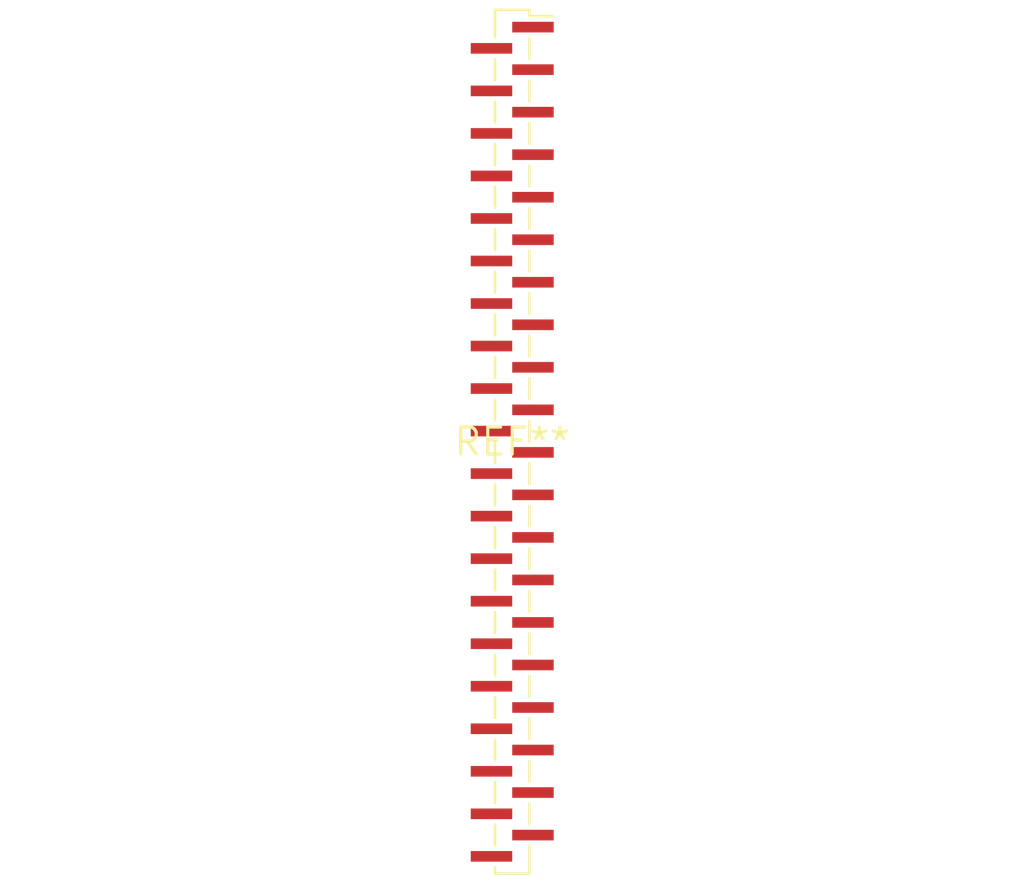
<source format=kicad_pcb>
(kicad_pcb (version 20240108) (generator pcbnew)
  (layers (0 "F.Cu" signal) (31 "B.Cu" signal) (34 "B.Paste" user) (35 "F.Paste" user) (36 "B.SilkS" user "B.Silkscreen") (37 "F.SilkS" user "F.Silkscreen") (38 "B.Mask" user) (39 "F.Mask" user) (44 "Edge.Cuts" user))
  (net 0 "")
  (footprint "PinSocket_1x40_P1.00mm_Vertical_SMD_Pin1Right" (layer "F.Cu") (at 0 0)
    (property "Reference" "REF**")
    (property "Value" "PinSocket_1x40_P1.00mm_Vertical_SMD_Pin1Right")
    (fp_line (start -0.81 -20.31) (end -0.81 -19.01) (layer "F.SilkS") (stroke (width 0.12)))
    (fp_line (start -0.81 -20.31) (end 0.81 -20.31) (layer "F.SilkS") (stroke (width 0.12)))
    (fp_line (start -0.81 -17.99) (end -0.81 -17.01) (layer "F.SilkS") (stroke (width 0.12)))
    (fp_line (start -0.81 -15.99) (end -0.81 -15.01) (layer "F.SilkS") (stroke (width 0.12)))
    (fp_line (start -0.81 -13.99) (end -0.81 -13.01) (layer "F.SilkS") (stroke (width 0.12)))
    (fp_line (start -0.81 -11.99) (end -0.81 -11.01) (layer "F.SilkS") (stroke (width 0.12)))
    (fp_line (start -0.81 -9.99) (end -0.81 -9.01) (layer "F.SilkS") (stroke (width 0.12)))
    (fp_line (start -0.81 -7.99) (end -0.81 -7.01) (layer "F.SilkS") (stroke (width 0.12)))
    (fp_line (start -0.81 -5.99) (end -0.81 -5.01) (layer "F.SilkS") (stroke (width 0.12)))
    (fp_line (start -0.81 -3.99) (end -0.81 -3.01) (layer "F.SilkS") (stroke (width 0.12)))
    (fp_line (start -0.81 -1.99) (end -0.81 -1.01) (layer "F.SilkS") (stroke (width 0.12)))
    (fp_line (start -0.81 0.01) (end -0.81 0.99) (layer "F.SilkS") (stroke (width 0.12)))
    (fp_line (start -0.81 2.01) (end -0.81 2.99) (layer "F.SilkS") (stroke (width 0.12)))
    (fp_line (start -0.81 4.01) (end -0.81 4.99) (layer "F.SilkS") (stroke (width 0.12)))
    (fp_line (start -0.81 6.01) (end -0.81 6.99) (layer "F.SilkS") (stroke (width 0.12)))
    (fp_line (start -0.81 8.01) (end -0.81 8.99) (layer "F.SilkS") (stroke (width 0.12)))
    (fp_line (start -0.81 10.01) (end -0.81 10.99) (layer "F.SilkS") (stroke (width 0.12)))
    (fp_line (start -0.81 12.01) (end -0.81 12.99) (layer "F.SilkS") (stroke (width 0.12)))
    (fp_line (start -0.81 14.01) (end -0.81 14.99) (layer "F.SilkS") (stroke (width 0.12)))
    (fp_line (start -0.81 16.01) (end -0.81 16.99) (layer "F.SilkS") (stroke (width 0.12)))
    (fp_line (start -0.81 18.01) (end -0.81 18.99) (layer "F.SilkS") (stroke (width 0.12)))
    (fp_line (start -0.81 20.01) (end -0.81 20.31) (layer "F.SilkS") (stroke (width 0.12)))
    (fp_line (start -0.81 20.31) (end 0.81 20.31) (layer "F.SilkS") (stroke (width 0.12)))
    (fp_line (start 0.81 -20.31) (end 0.81 -20.01) (layer "F.SilkS") (stroke (width 0.12)))
    (fp_line (start 0.81 -20.01) (end 1.89 -20.01) (layer "F.SilkS") (stroke (width 0.12)))
    (fp_line (start 0.81 -18.99) (end 0.81 -18.01) (layer "F.SilkS") (stroke (width 0.12)))
    (fp_line (start 0.81 -16.99) (end 0.81 -16.01) (layer "F.SilkS") (stroke (width 0.12)))
    (fp_line (start 0.81 -14.99) (end 0.81 -14.01) (layer "F.SilkS") (stroke (width 0.12)))
    (fp_line (start 0.81 -12.99) (end 0.81 -12.01) (layer "F.SilkS") (stroke (width 0.12)))
    (fp_line (start 0.81 -10.99) (end 0.81 -10.01) (layer "F.SilkS") (stroke (width 0.12)))
    (fp_line (start 0.81 -8.99) (end 0.81 -8.01) (layer "F.SilkS") (stroke (width 0.12)))
    (fp_line (start 0.81 -6.99) (end 0.81 -6.01) (layer "F.SilkS") (stroke (width 0.12)))
    (fp_line (start 0.81 -4.99) (end 0.81 -4.01) (layer "F.SilkS") (stroke (width 0.12)))
    (fp_line (start 0.81 -2.99) (end 0.81 -2.01) (layer "F.SilkS") (stroke (width 0.12)))
    (fp_line (start 0.81 -0.99) (end 0.81 -0.01) (layer "F.SilkS") (stroke (width 0.12)))
    (fp_line (start 0.81 1.01) (end 0.81 1.99) (layer "F.SilkS") (stroke (width 0.12)))
    (fp_line (start 0.81 3.01) (end 0.81 3.99) (layer "F.SilkS") (stroke (width 0.12)))
    (fp_line (start 0.81 5.01) (end 0.81 5.99) (layer "F.SilkS") (stroke (width 0.12)))
    (fp_line (start 0.81 7.01) (end 0.81 7.99) (layer "F.SilkS") (stroke (width 0.12)))
    (fp_line (start 0.81 9.01) (end 0.81 9.99) (layer "F.SilkS") (stroke (width 0.12)))
    (fp_line (start 0.81 11.01) (end 0.81 11.99) (layer "F.SilkS") (stroke (width 0.12)))
    (fp_line (start 0.81 13.01) (end 0.81 13.99) (layer "F.SilkS") (stroke (width 0.12)))
    (fp_line (start 0.81 15.01) (end 0.81 15.99) (layer "F.SilkS") (stroke (width 0.12)))
    (fp_line (start 0.81 17.01) (end 0.81 17.99) (layer "F.SilkS") (stroke (width 0.12)))
    (fp_line (start 0.81 19.01) (end 0.81 20.31) (layer "F.SilkS") (stroke (width 0.12)))
    (pad "1" smd rect (at 0.975 -19.5) (size 1.95 0.5) (layers "F.Cu" "F.Paste" "F.Mask"))
    (pad "2" smd rect (at -0.975 -18.5) (size 1.95 0.5) (layers "F.Cu" "F.Paste" "F.Mask"))
    (pad "3" smd rect (at 0.975 -17.5) (size 1.95 0.5) (layers "F.Cu" "F.Paste" "F.Mask"))
    (pad "4" smd rect (at -0.975 -16.5) (size 1.95 0.5) (layers "F.Cu" "F.Paste" "F.Mask"))
    (pad "5" smd rect (at 0.975 -15.5) (size 1.95 0.5) (layers "F.Cu" "F.Paste" "F.Mask"))
    (pad "6" smd rect (at -0.975 -14.5) (size 1.95 0.5) (layers "F.Cu" "F.Paste" "F.Mask"))
    (pad "7" smd rect (at 0.975 -13.5) (size 1.95 0.5) (layers "F.Cu" "F.Paste" "F.Mask"))
    (pad "8" smd rect (at -0.975 -12.5) (size 1.95 0.5) (layers "F.Cu" "F.Paste" "F.Mask"))
    (pad "9" smd rect (at 0.975 -11.5) (size 1.95 0.5) (layers "F.Cu" "F.Paste" "F.Mask"))
    (pad "10" smd rect (at -0.975 -10.5) (size 1.95 0.5) (layers "F.Cu" "F.Paste" "F.Mask"))
    (pad "11" smd rect (at 0.975 -9.5) (size 1.95 0.5) (layers "F.Cu" "F.Paste" "F.Mask"))
    (pad "12" smd rect (at -0.975 -8.5) (size 1.95 0.5) (layers "F.Cu" "F.Paste" "F.Mask"))
    (pad "13" smd rect (at 0.975 -7.5) (size 1.95 0.5) (layers "F.Cu" "F.Paste" "F.Mask"))
    (pad "14" smd rect (at -0.975 -6.5) (size 1.95 0.5) (layers "F.Cu" "F.Paste" "F.Mask"))
    (pad "15" smd rect (at 0.975 -5.5) (size 1.95 0.5) (layers "F.Cu" "F.Paste" "F.Mask"))
    (pad "16" smd rect (at -0.975 -4.5) (size 1.95 0.5) (layers "F.Cu" "F.Paste" "F.Mask"))
    (pad "17" smd rect (at 0.975 -3.5) (size 1.95 0.5) (layers "F.Cu" "F.Paste" "F.Mask"))
    (pad "18" smd rect (at -0.975 -2.5) (size 1.95 0.5) (layers "F.Cu" "F.Paste" "F.Mask"))
    (pad "19" smd rect (at 0.975 -1.5) (size 1.95 0.5) (layers "F.Cu" "F.Paste" "F.Mask"))
    (pad "20" smd rect (at -0.975 -0.5) (size 1.95 0.5) (layers "F.Cu" "F.Paste" "F.Mask"))
    (pad "21" smd rect (at 0.975 0.5) (size 1.95 0.5) (layers "F.Cu" "F.Paste" "F.Mask"))
    (pad "22" smd rect (at -0.975 1.5) (size 1.95 0.5) (layers "F.Cu" "F.Paste" "F.Mask"))
    (pad "23" smd rect (at 0.975 2.5) (size 1.95 0.5) (layers "F.Cu" "F.Paste" "F.Mask"))
    (pad "24" smd rect (at -0.975 3.5) (size 1.95 0.5) (layers "F.Cu" "F.Paste" "F.Mask"))
    (pad "25" smd rect (at 0.975 4.5) (size 1.95 0.5) (layers "F.Cu" "F.Paste" "F.Mask"))
    (pad "26" smd rect (at -0.975 5.5) (size 1.95 0.5) (layers "F.Cu" "F.Paste" "F.Mask"))
    (pad "27" smd rect (at 0.975 6.5) (size 1.95 0.5) (layers "F.Cu" "F.Paste" "F.Mask"))
    (pad "28" smd rect (at -0.975 7.5) (size 1.95 0.5) (layers "F.Cu" "F.Paste" "F.Mask"))
    (pad "29" smd rect (at 0.975 8.5) (size 1.95 0.5) (layers "F.Cu" "F.Paste" "F.Mask"))
    (pad "30" smd rect (at -0.975 9.5) (size 1.95 0.5) (layers "F.Cu" "F.Paste" "F.Mask"))
    (pad "31" smd rect (at 0.975 10.5) (size 1.95 0.5) (layers "F.Cu" "F.Paste" "F.Mask"))
    (pad "32" smd rect (at -0.975 11.5) (size 1.95 0.5) (layers "F.Cu" "F.Paste" "F.Mask"))
    (pad "33" smd rect (at 0.975 12.5) (size 1.95 0.5) (layers "F.Cu" "F.Paste" "F.Mask"))
    (pad "34" smd rect (at -0.975 13.5) (size 1.95 0.5) (layers "F.Cu" "F.Paste" "F.Mask"))
    (pad "35" smd rect (at 0.975 14.5) (size 1.95 0.5) (layers "F.Cu" "F.Paste" "F.Mask"))
    (pad "36" smd rect (at -0.975 15.5) (size 1.95 0.5) (layers "F.Cu" "F.Paste" "F.Mask"))
    (pad "37" smd rect (at 0.975 16.5) (size 1.95 0.5) (layers "F.Cu" "F.Paste" "F.Mask"))
    (pad "38" smd rect (at -0.975 17.5) (size 1.95 0.5) (layers "F.Cu" "F.Paste" "F.Mask"))
    (pad "39" smd rect (at 0.975 18.5) (size 1.95 0.5) (layers "F.Cu" "F.Paste" "F.Mask"))
    (pad "40" smd rect (at -0.975 19.5) (size 1.95 0.5) (layers "F.Cu" "F.Paste" "F.Mask"))
  )
)
</source>
